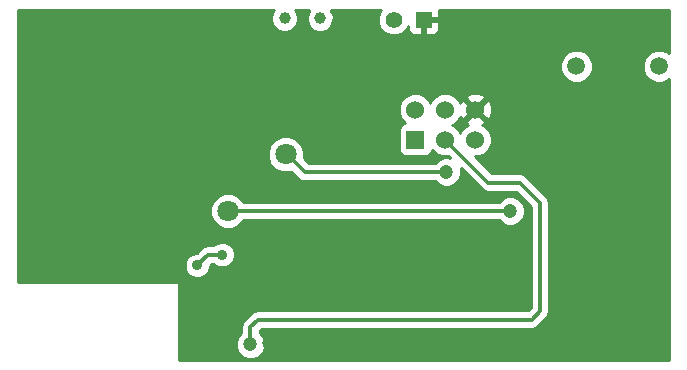
<source format=gbl>
G04 (created by PCBNEW (2013-jul-07)-stable) date 31.10.2015 (сб) 21,36,55 EET*
%MOIN*%
G04 Gerber Fmt 3.4, Leading zero omitted, Abs format*
%FSLAX34Y34*%
G01*
G70*
G90*
G04 APERTURE LIST*
%ADD10C,0.00590551*%
%ADD11C,0.0590551*%
%ADD12R,0.06X0.06*%
%ADD13C,0.06*%
%ADD14R,0.055X0.055*%
%ADD15C,0.055*%
%ADD16C,0.0393701*%
%ADD17C,0.0472441*%
%ADD18C,0.035*%
%ADD19C,0.0708661*%
%ADD20C,0.011811*%
%ADD21C,0.01*%
G04 APERTURE END LIST*
G54D10*
G54D11*
X62598Y-37972D03*
X59842Y-37972D03*
G54D12*
X54472Y-40421D03*
G54D13*
X54472Y-39421D03*
X55472Y-40421D03*
X55472Y-39421D03*
X56472Y-40421D03*
X56472Y-39421D03*
G54D14*
X54751Y-36417D03*
G54D15*
X53751Y-36417D03*
G54D16*
X51299Y-36377D03*
X50118Y-36377D03*
G54D17*
X49606Y-47204D03*
X53188Y-39842D03*
X54606Y-42047D03*
X53976Y-47204D03*
X57755Y-37598D03*
X61181Y-41850D03*
X52559Y-37874D03*
X47716Y-41732D03*
X49251Y-38385D03*
X56023Y-38267D03*
X61653Y-46299D03*
X47204Y-42480D03*
G54D18*
X48031Y-44251D03*
X47204Y-44606D03*
G54D19*
X48228Y-42795D03*
G54D17*
X57637Y-42795D03*
X48976Y-47244D03*
X55511Y-41496D03*
G54D19*
X50157Y-40905D03*
G54D20*
X53188Y-39842D02*
X53149Y-39842D01*
X49251Y-38385D02*
X49212Y-38385D01*
X47322Y-42480D02*
X47204Y-42480D01*
X47559Y-44251D02*
X48031Y-44251D01*
X47204Y-44606D02*
X47559Y-44251D01*
X55826Y-42795D02*
X48228Y-42795D01*
X57637Y-42795D02*
X55826Y-42795D01*
X56901Y-41850D02*
X55472Y-40421D01*
X57952Y-41850D02*
X56901Y-41850D01*
X58622Y-42519D02*
X57952Y-41850D01*
X58622Y-46141D02*
X58622Y-42519D01*
X58346Y-46417D02*
X58622Y-46141D01*
X49212Y-46417D02*
X58346Y-46417D01*
X48976Y-46653D02*
X49212Y-46417D01*
X48976Y-47244D02*
X48976Y-46653D01*
X55511Y-41496D02*
X53503Y-41496D01*
X53503Y-41496D02*
X50787Y-41496D01*
X50787Y-41496D02*
X50196Y-40905D01*
X50196Y-40905D02*
X50157Y-40905D01*
G54D10*
G36*
X62937Y-47751D02*
X60387Y-47751D01*
X60387Y-37864D01*
X60305Y-37663D01*
X60151Y-37510D01*
X59951Y-37427D01*
X59734Y-37427D01*
X59534Y-37509D01*
X59380Y-37663D01*
X59297Y-37863D01*
X59297Y-38080D01*
X59379Y-38280D01*
X59533Y-38434D01*
X59733Y-38517D01*
X59950Y-38517D01*
X60150Y-38434D01*
X60304Y-38281D01*
X60387Y-38081D01*
X60387Y-37864D01*
X60387Y-47751D01*
X58931Y-47751D01*
X58931Y-46141D01*
X58931Y-42519D01*
X58907Y-42401D01*
X58907Y-42401D01*
X58840Y-42301D01*
X58171Y-41631D01*
X58071Y-41564D01*
X57952Y-41541D01*
X57029Y-41541D01*
X57027Y-41538D01*
X57027Y-39503D01*
X57016Y-39284D01*
X56953Y-39133D01*
X56858Y-39106D01*
X56787Y-39176D01*
X56787Y-39035D01*
X56760Y-38940D01*
X56554Y-38866D01*
X56335Y-38877D01*
X56184Y-38940D01*
X56157Y-39035D01*
X56472Y-39350D01*
X56787Y-39035D01*
X56787Y-39176D01*
X56543Y-39421D01*
X56858Y-39736D01*
X56953Y-39709D01*
X57027Y-39503D01*
X57027Y-41538D01*
X56459Y-40971D01*
X56581Y-40971D01*
X56783Y-40887D01*
X56938Y-40733D01*
X57022Y-40531D01*
X57022Y-40312D01*
X56938Y-40110D01*
X56784Y-39955D01*
X56708Y-39923D01*
X56760Y-39902D01*
X56787Y-39807D01*
X56472Y-39491D01*
X56157Y-39807D01*
X56184Y-39902D01*
X56239Y-39922D01*
X56161Y-39954D01*
X56006Y-40109D01*
X55972Y-40191D01*
X55938Y-40110D01*
X55784Y-39955D01*
X55702Y-39921D01*
X55783Y-39887D01*
X55938Y-39733D01*
X55969Y-39657D01*
X55991Y-39709D01*
X56086Y-39736D01*
X56401Y-39421D01*
X56086Y-39106D01*
X55991Y-39133D01*
X55971Y-39188D01*
X55938Y-39110D01*
X55784Y-38955D01*
X55582Y-38871D01*
X55363Y-38871D01*
X55277Y-38906D01*
X55277Y-36642D01*
X55276Y-36529D01*
X55214Y-36467D01*
X54801Y-36467D01*
X54801Y-36879D01*
X54864Y-36942D01*
X55076Y-36942D01*
X55168Y-36904D01*
X55238Y-36834D01*
X55276Y-36742D01*
X55277Y-36642D01*
X55277Y-38906D01*
X55161Y-38954D01*
X55006Y-39109D01*
X54972Y-39191D01*
X54938Y-39110D01*
X54784Y-38955D01*
X54582Y-38871D01*
X54363Y-38871D01*
X54161Y-38954D01*
X54006Y-39109D01*
X53922Y-39311D01*
X53922Y-39530D01*
X54005Y-39732D01*
X54144Y-39871D01*
X54122Y-39871D01*
X54031Y-39909D01*
X53960Y-39979D01*
X53922Y-40071D01*
X53922Y-40170D01*
X53922Y-40770D01*
X53960Y-40862D01*
X54030Y-40933D01*
X54122Y-40971D01*
X54221Y-40971D01*
X54821Y-40971D01*
X54913Y-40933D01*
X54984Y-40863D01*
X55022Y-40771D01*
X55022Y-40748D01*
X55160Y-40887D01*
X55362Y-40971D01*
X55581Y-40971D01*
X55584Y-40970D01*
X55634Y-41020D01*
X55608Y-41009D01*
X55415Y-41009D01*
X55236Y-41083D01*
X55133Y-41187D01*
X53503Y-41187D01*
X50915Y-41187D01*
X50759Y-41031D01*
X50761Y-41026D01*
X50761Y-40785D01*
X50670Y-40563D01*
X50500Y-40393D01*
X50278Y-40301D01*
X50037Y-40301D01*
X49815Y-40392D01*
X49645Y-40562D01*
X49553Y-40784D01*
X49553Y-41025D01*
X49644Y-41247D01*
X49814Y-41417D01*
X50036Y-41509D01*
X50277Y-41509D01*
X50338Y-41484D01*
X50568Y-41714D01*
X50669Y-41781D01*
X50669Y-41781D01*
X50787Y-41805D01*
X53503Y-41805D01*
X55133Y-41805D01*
X55236Y-41908D01*
X55414Y-41982D01*
X55608Y-41982D01*
X55786Y-41908D01*
X55923Y-41771D01*
X55997Y-41593D01*
X55998Y-41399D01*
X55987Y-41372D01*
X56683Y-42068D01*
X56783Y-42135D01*
X56783Y-42135D01*
X56901Y-42159D01*
X57824Y-42159D01*
X58312Y-42647D01*
X58312Y-46013D01*
X58218Y-46108D01*
X58124Y-46108D01*
X58124Y-42698D01*
X58050Y-42520D01*
X57913Y-42383D01*
X57734Y-42309D01*
X57541Y-42308D01*
X57362Y-42382D01*
X57259Y-42486D01*
X55826Y-42486D01*
X48754Y-42486D01*
X48740Y-42453D01*
X48571Y-42283D01*
X48349Y-42191D01*
X48108Y-42190D01*
X47886Y-42282D01*
X47716Y-42452D01*
X47624Y-42674D01*
X47623Y-42914D01*
X47715Y-43137D01*
X47885Y-43307D01*
X48107Y-43399D01*
X48348Y-43399D01*
X48570Y-43307D01*
X48740Y-43138D01*
X48754Y-43104D01*
X55826Y-43104D01*
X57259Y-43104D01*
X57362Y-43207D01*
X57540Y-43281D01*
X57734Y-43281D01*
X57912Y-43207D01*
X58049Y-43071D01*
X58123Y-42892D01*
X58124Y-42698D01*
X58124Y-46108D01*
X49212Y-46108D01*
X49094Y-46131D01*
X48994Y-46198D01*
X48757Y-46435D01*
X48690Y-46535D01*
X48667Y-46653D01*
X48667Y-46865D01*
X48564Y-46968D01*
X48490Y-47146D01*
X48490Y-47340D01*
X48563Y-47519D01*
X48700Y-47656D01*
X48879Y-47730D01*
X49072Y-47730D01*
X49251Y-47656D01*
X49388Y-47519D01*
X49462Y-47341D01*
X49462Y-47147D01*
X49388Y-46969D01*
X49285Y-46865D01*
X49285Y-46781D01*
X49340Y-46726D01*
X58346Y-46726D01*
X58464Y-46702D01*
X58464Y-46702D01*
X58564Y-46635D01*
X58840Y-46360D01*
X58840Y-46360D01*
X58840Y-46360D01*
X58907Y-46260D01*
X58907Y-46260D01*
X58931Y-46141D01*
X58931Y-47751D01*
X48456Y-47751D01*
X48456Y-44167D01*
X48392Y-44011D01*
X48272Y-43891D01*
X48116Y-43827D01*
X47947Y-43826D01*
X47791Y-43891D01*
X47739Y-43942D01*
X47559Y-43942D01*
X47440Y-43966D01*
X47340Y-44033D01*
X47192Y-44181D01*
X47120Y-44181D01*
X46964Y-44245D01*
X46844Y-44365D01*
X46779Y-44521D01*
X46779Y-44690D01*
X46844Y-44846D01*
X46963Y-44966D01*
X47119Y-45031D01*
X47288Y-45031D01*
X47445Y-44966D01*
X47564Y-44847D01*
X47629Y-44691D01*
X47629Y-44618D01*
X47687Y-44561D01*
X47739Y-44561D01*
X47790Y-44612D01*
X47946Y-44676D01*
X48115Y-44677D01*
X48271Y-44612D01*
X48391Y-44493D01*
X48456Y-44336D01*
X48456Y-44167D01*
X48456Y-47751D01*
X46585Y-47751D01*
X46585Y-45146D01*
X41224Y-45146D01*
X41224Y-36106D01*
X49757Y-36106D01*
X49739Y-36124D01*
X49671Y-36288D01*
X49671Y-36466D01*
X49739Y-36630D01*
X49864Y-36756D01*
X50028Y-36824D01*
X50206Y-36824D01*
X50370Y-36756D01*
X50496Y-36631D01*
X50564Y-36467D01*
X50565Y-36289D01*
X50497Y-36125D01*
X50478Y-36106D01*
X50938Y-36106D01*
X50920Y-36124D01*
X50852Y-36288D01*
X50852Y-36466D01*
X50920Y-36630D01*
X51045Y-36756D01*
X51209Y-36824D01*
X51387Y-36824D01*
X51552Y-36756D01*
X51677Y-36631D01*
X51745Y-36467D01*
X51746Y-36289D01*
X51678Y-36125D01*
X51659Y-36106D01*
X53320Y-36106D01*
X53307Y-36119D01*
X53227Y-36312D01*
X53226Y-36521D01*
X53306Y-36714D01*
X53454Y-36862D01*
X53647Y-36942D01*
X53855Y-36942D01*
X54048Y-36862D01*
X54196Y-36715D01*
X54226Y-36642D01*
X54226Y-36642D01*
X54227Y-36742D01*
X54265Y-36834D01*
X54335Y-36904D01*
X54427Y-36942D01*
X54639Y-36942D01*
X54701Y-36879D01*
X54701Y-36467D01*
X54694Y-36467D01*
X54694Y-36367D01*
X54701Y-36367D01*
X54701Y-36359D01*
X54801Y-36359D01*
X54801Y-36367D01*
X55214Y-36367D01*
X55276Y-36304D01*
X55277Y-36191D01*
X55276Y-36106D01*
X62937Y-36106D01*
X62937Y-37539D01*
X62907Y-37510D01*
X62707Y-37427D01*
X62490Y-37427D01*
X62289Y-37509D01*
X62136Y-37663D01*
X62053Y-37863D01*
X62053Y-38080D01*
X62135Y-38280D01*
X62289Y-38434D01*
X62489Y-38517D01*
X62706Y-38517D01*
X62906Y-38434D01*
X62937Y-38404D01*
X62937Y-47751D01*
X62937Y-47751D01*
G37*
G54D21*
X62937Y-47751D02*
X60387Y-47751D01*
X60387Y-37864D01*
X60305Y-37663D01*
X60151Y-37510D01*
X59951Y-37427D01*
X59734Y-37427D01*
X59534Y-37509D01*
X59380Y-37663D01*
X59297Y-37863D01*
X59297Y-38080D01*
X59379Y-38280D01*
X59533Y-38434D01*
X59733Y-38517D01*
X59950Y-38517D01*
X60150Y-38434D01*
X60304Y-38281D01*
X60387Y-38081D01*
X60387Y-37864D01*
X60387Y-47751D01*
X58931Y-47751D01*
X58931Y-46141D01*
X58931Y-42519D01*
X58907Y-42401D01*
X58907Y-42401D01*
X58840Y-42301D01*
X58171Y-41631D01*
X58071Y-41564D01*
X57952Y-41541D01*
X57029Y-41541D01*
X57027Y-41538D01*
X57027Y-39503D01*
X57016Y-39284D01*
X56953Y-39133D01*
X56858Y-39106D01*
X56787Y-39176D01*
X56787Y-39035D01*
X56760Y-38940D01*
X56554Y-38866D01*
X56335Y-38877D01*
X56184Y-38940D01*
X56157Y-39035D01*
X56472Y-39350D01*
X56787Y-39035D01*
X56787Y-39176D01*
X56543Y-39421D01*
X56858Y-39736D01*
X56953Y-39709D01*
X57027Y-39503D01*
X57027Y-41538D01*
X56459Y-40971D01*
X56581Y-40971D01*
X56783Y-40887D01*
X56938Y-40733D01*
X57022Y-40531D01*
X57022Y-40312D01*
X56938Y-40110D01*
X56784Y-39955D01*
X56708Y-39923D01*
X56760Y-39902D01*
X56787Y-39807D01*
X56472Y-39491D01*
X56157Y-39807D01*
X56184Y-39902D01*
X56239Y-39922D01*
X56161Y-39954D01*
X56006Y-40109D01*
X55972Y-40191D01*
X55938Y-40110D01*
X55784Y-39955D01*
X55702Y-39921D01*
X55783Y-39887D01*
X55938Y-39733D01*
X55969Y-39657D01*
X55991Y-39709D01*
X56086Y-39736D01*
X56401Y-39421D01*
X56086Y-39106D01*
X55991Y-39133D01*
X55971Y-39188D01*
X55938Y-39110D01*
X55784Y-38955D01*
X55582Y-38871D01*
X55363Y-38871D01*
X55277Y-38906D01*
X55277Y-36642D01*
X55276Y-36529D01*
X55214Y-36467D01*
X54801Y-36467D01*
X54801Y-36879D01*
X54864Y-36942D01*
X55076Y-36942D01*
X55168Y-36904D01*
X55238Y-36834D01*
X55276Y-36742D01*
X55277Y-36642D01*
X55277Y-38906D01*
X55161Y-38954D01*
X55006Y-39109D01*
X54972Y-39191D01*
X54938Y-39110D01*
X54784Y-38955D01*
X54582Y-38871D01*
X54363Y-38871D01*
X54161Y-38954D01*
X54006Y-39109D01*
X53922Y-39311D01*
X53922Y-39530D01*
X54005Y-39732D01*
X54144Y-39871D01*
X54122Y-39871D01*
X54031Y-39909D01*
X53960Y-39979D01*
X53922Y-40071D01*
X53922Y-40170D01*
X53922Y-40770D01*
X53960Y-40862D01*
X54030Y-40933D01*
X54122Y-40971D01*
X54221Y-40971D01*
X54821Y-40971D01*
X54913Y-40933D01*
X54984Y-40863D01*
X55022Y-40771D01*
X55022Y-40748D01*
X55160Y-40887D01*
X55362Y-40971D01*
X55581Y-40971D01*
X55584Y-40970D01*
X55634Y-41020D01*
X55608Y-41009D01*
X55415Y-41009D01*
X55236Y-41083D01*
X55133Y-41187D01*
X53503Y-41187D01*
X50915Y-41187D01*
X50759Y-41031D01*
X50761Y-41026D01*
X50761Y-40785D01*
X50670Y-40563D01*
X50500Y-40393D01*
X50278Y-40301D01*
X50037Y-40301D01*
X49815Y-40392D01*
X49645Y-40562D01*
X49553Y-40784D01*
X49553Y-41025D01*
X49644Y-41247D01*
X49814Y-41417D01*
X50036Y-41509D01*
X50277Y-41509D01*
X50338Y-41484D01*
X50568Y-41714D01*
X50669Y-41781D01*
X50669Y-41781D01*
X50787Y-41805D01*
X53503Y-41805D01*
X55133Y-41805D01*
X55236Y-41908D01*
X55414Y-41982D01*
X55608Y-41982D01*
X55786Y-41908D01*
X55923Y-41771D01*
X55997Y-41593D01*
X55998Y-41399D01*
X55987Y-41372D01*
X56683Y-42068D01*
X56783Y-42135D01*
X56783Y-42135D01*
X56901Y-42159D01*
X57824Y-42159D01*
X58312Y-42647D01*
X58312Y-46013D01*
X58218Y-46108D01*
X58124Y-46108D01*
X58124Y-42698D01*
X58050Y-42520D01*
X57913Y-42383D01*
X57734Y-42309D01*
X57541Y-42308D01*
X57362Y-42382D01*
X57259Y-42486D01*
X55826Y-42486D01*
X48754Y-42486D01*
X48740Y-42453D01*
X48571Y-42283D01*
X48349Y-42191D01*
X48108Y-42190D01*
X47886Y-42282D01*
X47716Y-42452D01*
X47624Y-42674D01*
X47623Y-42914D01*
X47715Y-43137D01*
X47885Y-43307D01*
X48107Y-43399D01*
X48348Y-43399D01*
X48570Y-43307D01*
X48740Y-43138D01*
X48754Y-43104D01*
X55826Y-43104D01*
X57259Y-43104D01*
X57362Y-43207D01*
X57540Y-43281D01*
X57734Y-43281D01*
X57912Y-43207D01*
X58049Y-43071D01*
X58123Y-42892D01*
X58124Y-42698D01*
X58124Y-46108D01*
X49212Y-46108D01*
X49094Y-46131D01*
X48994Y-46198D01*
X48757Y-46435D01*
X48690Y-46535D01*
X48667Y-46653D01*
X48667Y-46865D01*
X48564Y-46968D01*
X48490Y-47146D01*
X48490Y-47340D01*
X48563Y-47519D01*
X48700Y-47656D01*
X48879Y-47730D01*
X49072Y-47730D01*
X49251Y-47656D01*
X49388Y-47519D01*
X49462Y-47341D01*
X49462Y-47147D01*
X49388Y-46969D01*
X49285Y-46865D01*
X49285Y-46781D01*
X49340Y-46726D01*
X58346Y-46726D01*
X58464Y-46702D01*
X58464Y-46702D01*
X58564Y-46635D01*
X58840Y-46360D01*
X58840Y-46360D01*
X58840Y-46360D01*
X58907Y-46260D01*
X58907Y-46260D01*
X58931Y-46141D01*
X58931Y-47751D01*
X48456Y-47751D01*
X48456Y-44167D01*
X48392Y-44011D01*
X48272Y-43891D01*
X48116Y-43827D01*
X47947Y-43826D01*
X47791Y-43891D01*
X47739Y-43942D01*
X47559Y-43942D01*
X47440Y-43966D01*
X47340Y-44033D01*
X47192Y-44181D01*
X47120Y-44181D01*
X46964Y-44245D01*
X46844Y-44365D01*
X46779Y-44521D01*
X46779Y-44690D01*
X46844Y-44846D01*
X46963Y-44966D01*
X47119Y-45031D01*
X47288Y-45031D01*
X47445Y-44966D01*
X47564Y-44847D01*
X47629Y-44691D01*
X47629Y-44618D01*
X47687Y-44561D01*
X47739Y-44561D01*
X47790Y-44612D01*
X47946Y-44676D01*
X48115Y-44677D01*
X48271Y-44612D01*
X48391Y-44493D01*
X48456Y-44336D01*
X48456Y-44167D01*
X48456Y-47751D01*
X46585Y-47751D01*
X46585Y-45146D01*
X41224Y-45146D01*
X41224Y-36106D01*
X49757Y-36106D01*
X49739Y-36124D01*
X49671Y-36288D01*
X49671Y-36466D01*
X49739Y-36630D01*
X49864Y-36756D01*
X50028Y-36824D01*
X50206Y-36824D01*
X50370Y-36756D01*
X50496Y-36631D01*
X50564Y-36467D01*
X50565Y-36289D01*
X50497Y-36125D01*
X50478Y-36106D01*
X50938Y-36106D01*
X50920Y-36124D01*
X50852Y-36288D01*
X50852Y-36466D01*
X50920Y-36630D01*
X51045Y-36756D01*
X51209Y-36824D01*
X51387Y-36824D01*
X51552Y-36756D01*
X51677Y-36631D01*
X51745Y-36467D01*
X51746Y-36289D01*
X51678Y-36125D01*
X51659Y-36106D01*
X53320Y-36106D01*
X53307Y-36119D01*
X53227Y-36312D01*
X53226Y-36521D01*
X53306Y-36714D01*
X53454Y-36862D01*
X53647Y-36942D01*
X53855Y-36942D01*
X54048Y-36862D01*
X54196Y-36715D01*
X54226Y-36642D01*
X54226Y-36642D01*
X54227Y-36742D01*
X54265Y-36834D01*
X54335Y-36904D01*
X54427Y-36942D01*
X54639Y-36942D01*
X54701Y-36879D01*
X54701Y-36467D01*
X54694Y-36467D01*
X54694Y-36367D01*
X54701Y-36367D01*
X54701Y-36359D01*
X54801Y-36359D01*
X54801Y-36367D01*
X55214Y-36367D01*
X55276Y-36304D01*
X55277Y-36191D01*
X55276Y-36106D01*
X62937Y-36106D01*
X62937Y-37539D01*
X62907Y-37510D01*
X62707Y-37427D01*
X62490Y-37427D01*
X62289Y-37509D01*
X62136Y-37663D01*
X62053Y-37863D01*
X62053Y-38080D01*
X62135Y-38280D01*
X62289Y-38434D01*
X62489Y-38517D01*
X62706Y-38517D01*
X62906Y-38434D01*
X62937Y-38404D01*
X62937Y-47751D01*
M02*

</source>
